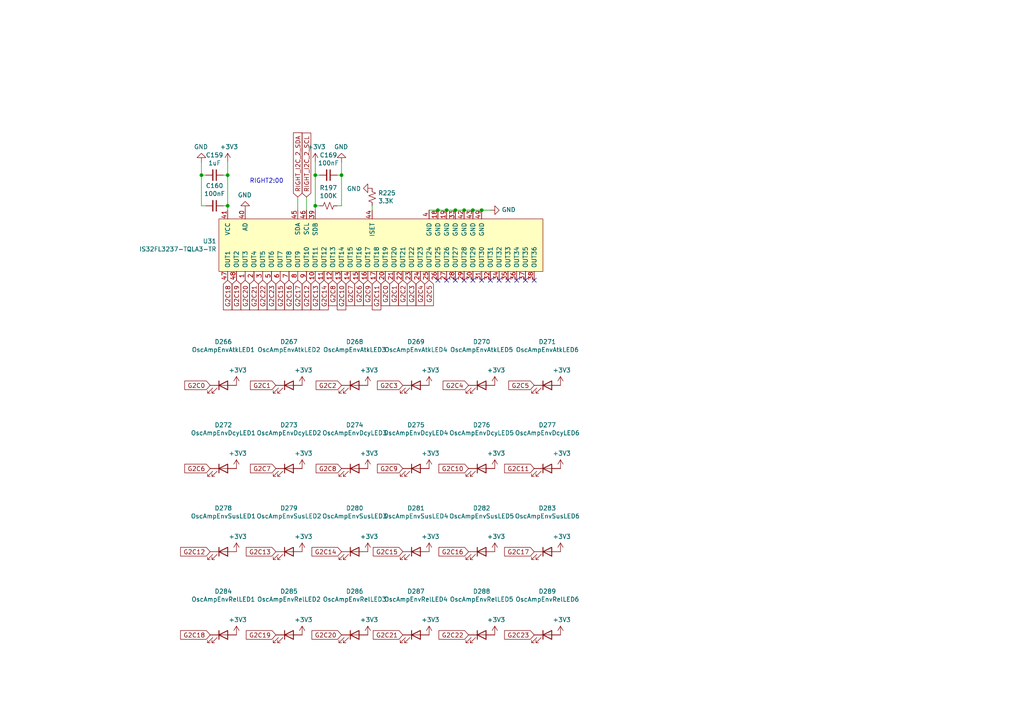
<source format=kicad_sch>
(kicad_sch (version 20210621) (generator eeschema)
  (paper "A4")
  (lib_symbols
    (symbol "Device:C_Small" (pin_numbers hide) (pin_names (offset 0.254) hide)
      (property "Reference" "C" (at 0.254 1.778 0))
      (property "Value" "C_Small" (at 0.254 -2.032 0))
      (symbol "C_Small_0_1"
        (polyline (pts (xy -1.524 -0.508) (xy 1.524 -0.508)) (stroke (width 0.3302)))
        (polyline (pts (xy -1.524 0.508) (xy 1.524 0.508)) (stroke (width 0.3048)))
      )
      (symbol "C_Small_1_1"
        (pin passive line (at 0 2.54 270) (length 2.032) (name "~") (number "1"))
        (pin passive line (at 0 -2.54 90) (length 2.032) (name "~") (number "2"))
      )
    )
    (symbol "Device:LED" (pin_numbers hide) (pin_names (offset 1.016) hide)
      (property "Reference" "D" (at 0 2.54 0))
      (property "Value" "LED" (at 0 -2.54 0))
      (symbol "LED_0_1"
        (polyline (pts (xy -1.27 -1.27) (xy -1.27 1.27)) (stroke (width 0.254)))
        (polyline (pts (xy -1.27 0) (xy 1.27 0)))
        (polyline (pts (xy 1.27 -1.27) (xy 1.27 1.27) (xy -1.27 0) (xy 1.27 -1.27)) (stroke (width 0.254)))
        (polyline (pts (xy -3.048 -0.762) (xy -4.572 -2.286) (xy -3.81 -2.286) (xy -4.572 -2.286) (xy -4.572 -1.524)))
        (polyline (pts (xy -1.778 -0.762) (xy -3.302 -2.286) (xy -2.54 -2.286) (xy -3.302 -2.286) (xy -3.302 -1.524)))
      )
      (symbol "LED_1_1"
        (pin passive line (at -3.81 0 0) (length 2.54) (name "K") (number "1"))
        (pin passive line (at 3.81 0 180) (length 2.54) (name "A") (number "2"))
      )
    )
    (symbol "Device:R_Small_US" (pin_numbers hide) (pin_names (offset 0.254) hide)
      (property "Reference" "R" (at 0.762 0.508 0))
      (property "Value" "R_Small_US" (at 0.762 -1.016 0))
      (symbol "R_Small_US_1_1"
        (polyline (pts (xy 0 0) (xy 1.016 -0.381) (xy 0 -0.762) (xy -1.016 -1.143) (xy 0 -1.524)))
        (polyline (pts (xy 0 1.524) (xy 1.016 1.143) (xy 0 0.762) (xy -1.016 0.381) (xy 0 0)))
        (pin passive line (at 0 2.54 270) (length 1.016) (name "~") (number "1"))
        (pin passive line (at 0 -2.54 90) (length 1.016) (name "~") (number "2"))
      )
    )
    (symbol "IS32FL3237:IS32FL3237-TQLA3-TR" (pin_names (offset 1.016))
      (property "Reference" "U" (at 0 0 0))
      (property "Value" "IS32FL3237-TQLA3-TR" (at 0 0 0))
      (symbol "IS32FL3237-TQLA3-TR_0_1"
        (rectangle (start -7.62 -2.54) (end 7.62 -96.52) (fill (type background)))
      )
      (symbol "IS32FL3237-TQLA3-TR_1_1"
        (pin output line (at 10.16 -10.16 180) (length 2.54) (name "OUT3") (number "1"))
        (pin output line (at 10.16 -30.48 180) (length 2.54) (name "OUT11") (number "10"))
        (pin output line (at 10.16 -33.02 180) (length 2.54) (name "OUT12") (number "11"))
        (pin output line (at 10.16 -35.56 180) (length 2.54) (name "OUT13") (number "12"))
        (pin output line (at 10.16 -38.1 180) (length 2.54) (name "OUT14") (number "13"))
        (pin output line (at 10.16 -40.64 180) (length 2.54) (name "OUT15") (number "14"))
        (pin output line (at 10.16 -43.18 180) (length 2.54) (name "OUT16") (number "15"))
        (pin output line (at 10.16 -45.72 180) (length 2.54) (name "OUT17") (number "16"))
        (pin output line (at 10.16 -48.26 180) (length 2.54) (name "OUT18") (number "17"))
        (pin power_in line (at -10.16 -66.04 0) (length 2.54) (name "GND") (number "18"))
        (pin power_in line (at -10.16 -68.58 0) (length 2.54) (name "GND") (number "19"))
        (pin output line (at 10.16 -12.7 180) (length 2.54) (name "OUT4") (number "2"))
        (pin output line (at 10.16 -50.8 180) (length 2.54) (name "OUT19") (number "20"))
        (pin output line (at 10.16 -53.34 180) (length 2.54) (name "OUT20") (number "21"))
        (pin output line (at 10.16 -55.88 180) (length 2.54) (name "OUT21") (number "22"))
        (pin output line (at 10.16 -58.42 180) (length 2.54) (name "OUT22") (number "23"))
        (pin output line (at 10.16 -60.96 180) (length 2.54) (name "OUT23") (number "24"))
        (pin output line (at 10.16 -63.5 180) (length 2.54) (name "OUT24") (number "25"))
        (pin output line (at 10.16 -66.04 180) (length 2.54) (name "OUT25") (number "26"))
        (pin output line (at 10.16 -68.58 180) (length 2.54) (name "OUT26") (number "27"))
        (pin output line (at 10.16 -71.12 180) (length 2.54) (name "OUT27") (number "28"))
        (pin output line (at 10.16 -73.66 180) (length 2.54) (name "OUT28") (number "29"))
        (pin output line (at 10.16 -15.24 180) (length 2.54) (name "OUT5") (number "3"))
        (pin output line (at 10.16 -76.2 180) (length 2.54) (name "OUT29") (number "30"))
        (pin output line (at 10.16 -78.74 180) (length 2.54) (name "OUT30") (number "31"))
        (pin output line (at 10.16 -81.28 180) (length 2.54) (name "OUT31") (number "32"))
        (pin power_in line (at -10.16 -71.12 0) (length 2.54) (name "GND") (number "33"))
        (pin output line (at 10.16 -83.82 180) (length 2.54) (name "OUT32") (number "34"))
        (pin output line (at 10.16 -86.36 180) (length 2.54) (name "OUT33") (number "35"))
        (pin output line (at 10.16 -88.9 180) (length 2.54) (name "OUT34") (number "36"))
        (pin output line (at 10.16 -91.44 180) (length 2.54) (name "OUT35") (number "37"))
        (pin output line (at 10.16 -93.98 180) (length 2.54) (name "OUT36") (number "38"))
        (pin input line (at -10.16 -30.48 0) (length 2.54) (name "SDB") (number "39"))
        (pin power_in line (at -10.16 -63.5 0) (length 2.54) (name "GND") (number "4"))
        (pin input line (at -10.16 -10.16 0) (length 2.54) (name "AD") (number "40"))
        (pin power_in line (at -10.16 -5.08 0) (length 2.54) (name "VCC") (number "41"))
        (pin power_in line (at -10.16 -73.66 0) (length 2.54) (name "GND") (number "42"))
        (pin power_in line (at -10.16 -76.2 0) (length 2.54) (name "GND") (number "43"))
        (pin input line (at -10.16 -46.99 0) (length 2.54) (name "ISET") (number "44"))
        (pin input line (at -10.16 -25.4 0) (length 2.54) (name "SDA") (number "45"))
        (pin input line (at -10.16 -27.94 0) (length 2.54) (name "SCL") (number "46"))
        (pin output line (at 10.16 -5.08 180) (length 2.54) (name "OUT1") (number "47"))
        (pin output line (at 10.16 -7.62 180) (length 2.54) (name "OUT2") (number "48"))
        (pin power_in line (at -10.16 -78.74 0) (length 2.54) (name "GND") (number "49"))
        (pin output line (at 10.16 -17.78 180) (length 2.54) (name "OUT6") (number "5"))
        (pin output line (at 10.16 -20.32 180) (length 2.54) (name "OUT7") (number "6"))
        (pin output line (at 10.16 -22.86 180) (length 2.54) (name "OUT8") (number "7"))
        (pin output line (at 10.16 -25.4 180) (length 2.54) (name "OUT9") (number "8"))
        (pin output line (at 10.16 -27.94 180) (length 2.54) (name "OUT10") (number "9"))
      )
    )
    (symbol "power:+3.3V" (power) (pin_names (offset 0))
      (property "Value" "+3.3V" (at 0 3.556 0))
      (symbol "+3.3V_0_1"
        (polyline (pts (xy -0.762 1.27) (xy 0 2.54)))
        (polyline (pts (xy 0 0) (xy 0 2.54)))
        (polyline (pts (xy 0 2.54) (xy 0.762 1.27)))
      )
      (symbol "+3.3V_1_1"
        (pin power_in line (at 0 0 90) (length 0) hide (name "+3V3") (number "1"))
      )
    )
    (symbol "power:GND" (power) (pin_names (offset 0))
      (property "Value" "GND" (at 0 -3.81 0))
      (symbol "GND_0_1"
        (polyline (pts (xy 0 0) (xy 0 -1.27) (xy 1.27 -1.27) (xy 0 -2.54) (xy -1.27 -1.27) (xy 0 -1.27)))
      )
      (symbol "GND_1_1"
        (pin power_in line (at 0 0 270) (length 0) hide (name "GND") (number "1"))
      )
    )
  )
  (junction (at 58.42 50.8))
  (junction (at 66.04 50.8))
  (junction (at 66.04 59.69))
  (junction (at 91.44 50.8))
  (junction (at 91.44 59.69))
  (junction (at 99.06 50.8))
  (junction (at 127 60.96))
  (junction (at 129.54 60.96))
  (junction (at 132.08 60.96))
  (junction (at 134.62 60.96))
  (junction (at 137.16 60.96))
  (junction (at 139.7 60.96))
  (no_connect (at 127 81.28))
  (no_connect (at 129.54 81.28))
  (no_connect (at 132.08 81.28))
  (no_connect (at 134.62 81.28))
  (no_connect (at 137.16 81.28))
  (no_connect (at 139.7 81.28))
  (no_connect (at 142.24 81.28))
  (no_connect (at 144.78 81.28))
  (no_connect (at 147.32 81.28))
  (no_connect (at 149.86 81.28))
  (no_connect (at 152.4 81.28))
  (no_connect (at 154.94 81.28))
  (wire (pts (xy 58.42 46.99) (xy 58.42 50.8)))
  (wire (pts (xy 58.42 50.8) (xy 58.42 59.69)))
  (wire (pts (xy 58.42 59.69) (xy 59.69 59.69)))
  (wire (pts (xy 59.69 50.8) (xy 58.42 50.8)))
  (wire (pts (xy 64.77 50.8) (xy 66.04 50.8)))
  (wire (pts (xy 64.77 59.69) (xy 66.04 59.69)))
  (wire (pts (xy 66.04 46.99) (xy 66.04 50.8)))
  (wire (pts (xy 66.04 50.8) (xy 66.04 59.69)))
  (wire (pts (xy 66.04 59.69) (xy 66.04 60.96)))
  (wire (pts (xy 86.36 57.15) (xy 86.36 60.96)))
  (wire (pts (xy 88.9 57.15) (xy 88.9 60.96)))
  (wire (pts (xy 91.44 46.99) (xy 91.44 50.8)))
  (wire (pts (xy 91.44 50.8) (xy 91.44 59.69)))
  (wire (pts (xy 91.44 59.69) (xy 91.44 60.96)))
  (wire (pts (xy 92.71 50.8) (xy 91.44 50.8)))
  (wire (pts (xy 92.71 59.69) (xy 91.44 59.69)))
  (wire (pts (xy 97.79 50.8) (xy 99.06 50.8)))
  (wire (pts (xy 99.06 46.99) (xy 99.06 50.8)))
  (wire (pts (xy 99.06 50.8) (xy 99.06 59.69)))
  (wire (pts (xy 99.06 59.69) (xy 97.79 59.69)))
  (wire (pts (xy 107.95 59.69) (xy 107.95 60.96)))
  (wire (pts (xy 127 60.96) (xy 124.46 60.96)))
  (wire (pts (xy 129.54 60.96) (xy 127 60.96)))
  (wire (pts (xy 132.08 60.96) (xy 129.54 60.96)))
  (wire (pts (xy 134.62 60.96) (xy 132.08 60.96)))
  (wire (pts (xy 137.16 60.96) (xy 134.62 60.96)))
  (wire (pts (xy 139.7 60.96) (xy 137.16 60.96)))
  (wire (pts (xy 142.24 60.96) (xy 139.7 60.96)))
  (text "RIGHT2:00" (at 72.39 53.34 0) (effects (font (size 1.27 1.27)) (justify left bottom)))
  (global_label "G2C0" (shape input) (at 60.96 111.76 180) (property "Intersheet References" "${INTERSHEET_REFS}" (effects hide)))
  (global_label "G2C6" (shape input) (at 60.96 135.89 180) (property "Intersheet References" "${INTERSHEET_REFS}" (effects hide)))
  (global_label "G2C12" (shape input) (at 60.96 160.02 180) (property "Intersheet References" "${INTERSHEET_REFS}" (effects hide)))
  (global_label "G2C18" (shape input) (at 60.96 184.15 180) (property "Intersheet References" "${INTERSHEET_REFS}" (effects hide)))
  (global_label "G2C18" (shape input) (at 66.04 81.28 270) (property "Intersheet References" "${INTERSHEET_REFS}" (effects hide)))
  (global_label "G2C19" (shape input) (at 68.58 81.28 270) (property "Intersheet References" "${INTERSHEET_REFS}" (effects hide)))
  (global_label "G2C20" (shape input) (at 71.12 81.28 270) (property "Intersheet References" "${INTERSHEET_REFS}" (effects hide)))
  (global_label "G2C21" (shape input) (at 73.66 81.28 270) (property "Intersheet References" "${INTERSHEET_REFS}" (effects hide)))
  (global_label "G2C22" (shape input) (at 76.2 81.28 270) (property "Intersheet References" "${INTERSHEET_REFS}" (effects hide)))
  (global_label "G2C23" (shape input) (at 78.74 81.28 270) (property "Intersheet References" "${INTERSHEET_REFS}" (effects hide)))
  (global_label "G2C1" (shape input) (at 80.01 111.76 180) (property "Intersheet References" "${INTERSHEET_REFS}" (effects hide)))
  (global_label "G2C7" (shape input) (at 80.01 135.89 180) (property "Intersheet References" "${INTERSHEET_REFS}" (effects hide)))
  (global_label "G2C13" (shape input) (at 80.01 160.02 180) (property "Intersheet References" "${INTERSHEET_REFS}" (effects hide)))
  (global_label "G2C19" (shape input) (at 80.01 184.15 180) (property "Intersheet References" "${INTERSHEET_REFS}" (effects hide)))
  (global_label "G2C15" (shape input) (at 81.28 81.28 270) (property "Intersheet References" "${INTERSHEET_REFS}" (effects hide)))
  (global_label "G2C16" (shape input) (at 83.82 81.28 270) (property "Intersheet References" "${INTERSHEET_REFS}" (effects hide)))
  (global_label "RIGHT_I2C_2_SDA" (shape input) (at 86.36 57.15 90) (property "Intersheet References" "${INTERSHEET_REFS}" (effects hide)))
  (global_label "G2C17" (shape input) (at 86.36 81.28 270) (property "Intersheet References" "${INTERSHEET_REFS}" (effects hide)))
  (global_label "RIGHT_I2C_2_SCL" (shape input) (at 88.9 57.15 90) (property "Intersheet References" "${INTERSHEET_REFS}" (effects hide)))
  (global_label "G2C12" (shape input) (at 88.9 81.28 270) (property "Intersheet References" "${INTERSHEET_REFS}" (effects hide)))
  (global_label "G2C13" (shape input) (at 91.44 81.28 270) (property "Intersheet References" "${INTERSHEET_REFS}" (effects hide)))
  (global_label "G2C14" (shape input) (at 93.98 81.28 270) (property "Intersheet References" "${INTERSHEET_REFS}" (effects hide)))
  (global_label "G2C8" (shape input) (at 96.52 81.28 270) (property "Intersheet References" "${INTERSHEET_REFS}" (effects hide)))
  (global_label "G2C10" (shape input) (at 99.06 81.28 270) (property "Intersheet References" "${INTERSHEET_REFS}" (effects hide)))
  (global_label "G2C2" (shape input) (at 99.06 111.76 180) (property "Intersheet References" "${INTERSHEET_REFS}" (effects hide)))
  (global_label "G2C8" (shape input) (at 99.06 135.89 180) (property "Intersheet References" "${INTERSHEET_REFS}" (effects hide)))
  (global_label "G2C14" (shape input) (at 99.06 160.02 180) (property "Intersheet References" "${INTERSHEET_REFS}" (effects hide)))
  (global_label "G2C20" (shape input) (at 99.06 184.15 180) (property "Intersheet References" "${INTERSHEET_REFS}" (effects hide)))
  (global_label "G2C7" (shape input) (at 101.6 81.28 270) (property "Intersheet References" "${INTERSHEET_REFS}" (effects hide)))
  (global_label "G2C6" (shape input) (at 104.14 81.28 270) (property "Intersheet References" "${INTERSHEET_REFS}" (effects hide)))
  (global_label "G2C9" (shape input) (at 106.68 81.28 270) (property "Intersheet References" "${INTERSHEET_REFS}" (effects hide)))
  (global_label "G2C11" (shape input) (at 109.22 81.28 270) (property "Intersheet References" "${INTERSHEET_REFS}" (effects hide)))
  (global_label "G2C0" (shape input) (at 111.76 81.28 270) (property "Intersheet References" "${INTERSHEET_REFS}" (effects hide)))
  (global_label "G2C1" (shape input) (at 114.3 81.28 270) (property "Intersheet References" "${INTERSHEET_REFS}" (effects hide)))
  (global_label "G2C2" (shape input) (at 116.84 81.28 270) (property "Intersheet References" "${INTERSHEET_REFS}" (effects hide)))
  (global_label "G2C3" (shape input) (at 116.84 111.76 180) (property "Intersheet References" "${INTERSHEET_REFS}" (effects hide)))
  (global_label "G2C9" (shape input) (at 116.84 135.89 180) (property "Intersheet References" "${INTERSHEET_REFS}" (effects hide)))
  (global_label "G2C15" (shape input) (at 116.84 160.02 180) (property "Intersheet References" "${INTERSHEET_REFS}" (effects hide)))
  (global_label "G2C21" (shape input) (at 116.84 184.15 180) (property "Intersheet References" "${INTERSHEET_REFS}" (effects hide)))
  (global_label "G2C3" (shape input) (at 119.38 81.28 270) (property "Intersheet References" "${INTERSHEET_REFS}" (effects hide)))
  (global_label "G2C4" (shape input) (at 121.92 81.28 270) (property "Intersheet References" "${INTERSHEET_REFS}" (effects hide)))
  (global_label "G2C5" (shape input) (at 124.46 81.28 270) (property "Intersheet References" "${INTERSHEET_REFS}" (effects hide)))
  (global_label "G2C4" (shape input) (at 135.89 111.76 180) (property "Intersheet References" "${INTERSHEET_REFS}" (effects hide)))
  (global_label "G2C10" (shape input) (at 135.89 135.89 180) (property "Intersheet References" "${INTERSHEET_REFS}" (effects hide)))
  (global_label "G2C16" (shape input) (at 135.89 160.02 180) (property "Intersheet References" "${INTERSHEET_REFS}" (effects hide)))
  (global_label "G2C22" (shape input) (at 135.89 184.15 180) (property "Intersheet References" "${INTERSHEET_REFS}" (effects hide)))
  (global_label "G2C5" (shape input) (at 154.94 111.76 180) (property "Intersheet References" "${INTERSHEET_REFS}" (effects hide)))
  (global_label "G2C11" (shape input) (at 154.94 135.89 180) (property "Intersheet References" "${INTERSHEET_REFS}" (effects hide)))
  (global_label "G2C17" (shape input) (at 154.94 160.02 180) (property "Intersheet References" "${INTERSHEET_REFS}" (effects hide)))
  (global_label "G2C23" (shape input) (at 154.94 184.15 180) (property "Intersheet References" "${INTERSHEET_REFS}" (effects hide)))
  (symbol (lib_id "power:+3.3V") (at 66.04 46.99 0) (unit 1)
    (property "Reference" "#PWR0403" (effects hide))
    (property "Value" "+3.3V" (at 66.421 42.5958 0))
  )
  (symbol (lib_id "power:+3.3V") (at 68.58 111.76 0) (unit 1)
    (property "Reference" "#PWR0853" (effects hide))
    (property "Value" "+3.3V" (at 68.961 107.3658 0))
  )
  (symbol (lib_id "power:+3.3V") (at 68.58 135.89 0) (unit 1)
    (property "Reference" "#PWR0859" (effects hide))
    (property "Value" "+3.3V" (at 68.961 131.4958 0))
  )
  (symbol (lib_id "power:+3.3V") (at 68.58 160.02 0) (unit 1)
    (property "Reference" "#PWR0865" (effects hide))
    (property "Value" "+3.3V" (at 68.961 155.6258 0))
  )
  (symbol (lib_id "power:+3.3V") (at 68.58 184.15 0) (unit 1)
    (property "Reference" "#PWR0872" (effects hide))
    (property "Value" "+3.3V" (at 68.961 179.7558 0))
  )
  (symbol (lib_id "power:+3.3V") (at 87.63 111.76 0) (unit 1)
    (property "Reference" "#PWR0854" (effects hide))
    (property "Value" "+3.3V" (at 88.011 107.3658 0))
  )
  (symbol (lib_id "power:+3.3V") (at 87.63 135.89 0) (unit 1)
    (property "Reference" "#PWR0860" (effects hide))
    (property "Value" "+3.3V" (at 88.011 131.4958 0))
  )
  (symbol (lib_id "power:+3.3V") (at 87.63 160.02 0) (unit 1)
    (property "Reference" "#PWR0866" (effects hide))
    (property "Value" "+3.3V" (at 88.011 155.6258 0))
  )
  (symbol (lib_id "power:+3.3V") (at 87.63 184.15 0) (unit 1)
    (property "Reference" "#PWR0871" (effects hide))
    (property "Value" "+3.3V" (at 88.011 179.7558 0))
  )
  (symbol (lib_id "power:+3.3V") (at 91.44 46.99 0) (unit 1)
    (property "Reference" "#PWR0408" (effects hide))
    (property "Value" "+3.3V" (at 91.821 42.5958 0))
  )
  (symbol (lib_id "power:+3.3V") (at 106.68 111.76 0) (unit 1)
    (property "Reference" "#PWR0855" (effects hide))
    (property "Value" "+3.3V" (at 107.061 107.3658 0))
  )
  (symbol (lib_id "power:+3.3V") (at 106.68 135.89 0) (unit 1)
    (property "Reference" "#PWR0861" (effects hide))
    (property "Value" "+3.3V" (at 107.061 131.4958 0))
  )
  (symbol (lib_id "power:+3.3V") (at 106.68 160.02 0) (unit 1)
    (property "Reference" "#PWR0867" (effects hide))
    (property "Value" "+3.3V" (at 107.061 155.6258 0))
  )
  (symbol (lib_id "power:+3.3V") (at 106.68 184.15 0) (unit 1)
    (property "Reference" "#PWR0873" (effects hide))
    (property "Value" "+3.3V" (at 107.061 179.7558 0))
  )
  (symbol (lib_id "power:+3.3V") (at 124.46 111.76 0) (unit 1)
    (property "Reference" "#PWR0856" (effects hide))
    (property "Value" "+3.3V" (at 124.841 107.3658 0))
  )
  (symbol (lib_id "power:+3.3V") (at 124.46 135.89 0) (unit 1)
    (property "Reference" "#PWR0862" (effects hide))
    (property "Value" "+3.3V" (at 124.841 131.4958 0))
  )
  (symbol (lib_id "power:+3.3V") (at 124.46 160.02 0) (unit 1)
    (property "Reference" "#PWR0868" (effects hide))
    (property "Value" "+3.3V" (at 124.841 155.6258 0))
  )
  (symbol (lib_id "power:+3.3V") (at 124.46 184.15 0) (unit 1)
    (property "Reference" "#PWR0874" (effects hide))
    (property "Value" "+3.3V" (at 124.841 179.7558 0))
  )
  (symbol (lib_id "power:+3.3V") (at 143.51 111.76 0) (unit 1)
    (property "Reference" "#PWR0857" (effects hide))
    (property "Value" "+3.3V" (at 143.891 107.3658 0))
  )
  (symbol (lib_id "power:+3.3V") (at 143.51 135.89 0) (unit 1)
    (property "Reference" "#PWR0863" (effects hide))
    (property "Value" "+3.3V" (at 143.891 131.4958 0))
  )
  (symbol (lib_id "power:+3.3V") (at 143.51 160.02 0) (unit 1)
    (property "Reference" "#PWR0869" (effects hide))
    (property "Value" "+3.3V" (at 143.891 155.6258 0))
  )
  (symbol (lib_id "power:+3.3V") (at 143.51 184.15 0) (unit 1)
    (property "Reference" "#PWR0875" (effects hide))
    (property "Value" "+3.3V" (at 143.891 179.7558 0))
  )
  (symbol (lib_id "power:+3.3V") (at 162.56 111.76 0) (unit 1)
    (property "Reference" "#PWR0858" (effects hide))
    (property "Value" "+3.3V" (at 162.941 107.3658 0))
  )
  (symbol (lib_id "power:+3.3V") (at 162.56 135.89 0) (unit 1)
    (property "Reference" "#PWR0864" (effects hide))
    (property "Value" "+3.3V" (at 162.941 131.4958 0))
  )
  (symbol (lib_id "power:+3.3V") (at 162.56 160.02 0) (unit 1)
    (property "Reference" "#PWR0870" (effects hide))
    (property "Value" "+3.3V" (at 162.941 155.6258 0))
  )
  (symbol (lib_id "power:+3.3V") (at 162.56 184.15 0) (unit 1)
    (property "Reference" "#PWR0876" (effects hide))
    (property "Value" "+3.3V" (at 162.941 179.7558 0))
  )
  (symbol (lib_id "power:GND") (at 58.42 46.99 180) (unit 1)
    (property "Reference" "#PWR0400" (effects hide))
    (property "Value" "GND" (at 58.293 42.5958 0))
  )
  (symbol (lib_id "power:GND") (at 71.12 60.96 180) (unit 1)
    (property "Reference" "#PWR0664" (effects hide))
    (property "Value" "GND" (at 70.993 56.5658 0))
  )
  (symbol (lib_id "power:GND") (at 99.06 46.99 180) (unit 1)
    (property "Reference" "#PWR0413" (effects hide))
    (property "Value" "GND" (at 98.933 42.5958 0))
  )
  (symbol (lib_id "power:GND") (at 107.95 54.61 270) (unit 1)
    (property "Reference" "#PWR0421" (effects hide))
    (property "Value" "GND" (at 104.6988 54.737 90) (effects (justify right)))
  )
  (symbol (lib_id "power:GND") (at 142.24 60.96 90) (unit 1)
    (property "Reference" "#PWR0431" (effects hide))
    (property "Value" "GND" (at 145.4912 60.833 90) (effects (justify right)))
  )
  (symbol (lib_id "Device:R_Small_US") (at 95.25 59.69 270) (unit 1)
    (property "Reference" "R197" (at 95.25 54.483 90))
    (property "Value" "100K" (at 95.25 56.7944 90))
    (property "Footprint" "Resistor_SMD:R_0402_1005Metric" (effects hide))
    (property "LCSC" " C25741" (effects hide))
  )
  (symbol (lib_id "Device:R_Small_US") (at 107.95 57.15 0) (unit 1)
    (property "Reference" "R225" (at 109.6772 55.9816 0) (effects (justify left)))
    (property "Value" "3.3K" (at 109.6772 58.293 0) (effects (justify left)))
    (property "Footprint" "Resistor_SMD:R_0402_1005Metric" (effects hide))
    (property "LCSC" "C25890" (effects hide))
  )
  (symbol (lib_id "Device:C_Small") (at 62.23 50.8 270) (unit 1)
    (property "Reference" "C159" (at 62.23 44.9834 90))
    (property "Value" "1uF" (at 62.23 47.2948 90))
    (property "Footprint" "Capacitor_SMD:C_0402_1005Metric" (effects hide))
    (property "LCSC" "C52923" (effects hide))
  )
  (symbol (lib_id "Device:C_Small") (at 62.23 59.69 270) (unit 1)
    (property "Reference" "C160" (at 62.23 53.8734 90))
    (property "Value" "100nF" (at 62.23 56.1848 90))
    (property "Footprint" "Capacitor_SMD:C_0402_1005Metric" (effects hide))
    (property "LCSC" "C1525" (effects hide))
  )
  (symbol (lib_id "Device:C_Small") (at 95.25 50.8 270) (unit 1)
    (property "Reference" "C169" (at 95.25 44.9834 90))
    (property "Value" "100nF" (at 95.25 47.2948 90))
    (property "Footprint" "Capacitor_SMD:C_0402_1005Metric" (effects hide))
    (property "LCSC" "C1525" (effects hide))
  )
  (symbol (lib_id "Device:LED") (at 64.77 111.76 0) (unit 1)
    (property "Reference" "D266" (at 64.77 99.1362 0))
    (property "Value" "OscAmpEnvAtkLED1" (at 64.77 101.4476 0))
    (property "Footprint" "LED_SMD:LED_0603_1608Metric" (effects hide))
    (property "LCSC" "C2286" (effects hide))
  )
  (symbol (lib_id "Device:LED") (at 64.77 135.89 0) (unit 1)
    (property "Reference" "D272" (at 64.77 123.2662 0))
    (property "Value" "OscAmpEnvDcyLED1" (at 64.77 125.5776 0))
    (property "Footprint" "LED_SMD:LED_0603_1608Metric" (effects hide))
    (property "LCSC" "C2286" (effects hide))
  )
  (symbol (lib_id "Device:LED") (at 64.77 160.02 0) (unit 1)
    (property "Reference" "D278" (at 64.77 147.3962 0))
    (property "Value" "OscAmpEnvSusLED1" (at 64.77 149.7076 0))
    (property "Footprint" "LED_SMD:LED_0603_1608Metric" (effects hide))
    (property "LCSC" "C2286" (effects hide))
  )
  (symbol (lib_id "Device:LED") (at 64.77 184.15 0) (unit 1)
    (property "Reference" "D284" (at 64.77 171.5262 0))
    (property "Value" "OscAmpEnvRelLED1" (at 64.77 173.8376 0))
    (property "Footprint" "LED_SMD:LED_0603_1608Metric" (effects hide))
    (property "LCSC" "C2286" (effects hide))
  )
  (symbol (lib_id "Device:LED") (at 83.82 111.76 0) (unit 1)
    (property "Reference" "D267" (at 83.82 99.1362 0))
    (property "Value" "OscAmpEnvAtkLED2" (at 83.82 101.4476 0))
    (property "Footprint" "LED_SMD:LED_0603_1608Metric" (effects hide))
    (property "LCSC" "C2286" (effects hide))
  )
  (symbol (lib_id "Device:LED") (at 83.82 135.89 0) (unit 1)
    (property "Reference" "D273" (at 83.82 123.2662 0))
    (property "Value" "OscAmpEnvDcyLED2" (at 83.82 125.5776 0))
    (property "Footprint" "LED_SMD:LED_0603_1608Metric" (effects hide))
    (property "LCSC" "C2286" (effects hide))
  )
  (symbol (lib_id "Device:LED") (at 83.82 160.02 0) (unit 1)
    (property "Reference" "D279" (at 83.82 147.3962 0))
    (property "Value" "OscAmpEnvSusLED2" (at 83.82 149.7076 0))
    (property "Footprint" "LED_SMD:LED_0603_1608Metric" (effects hide))
    (property "LCSC" "C2286" (effects hide))
  )
  (symbol (lib_id "Device:LED") (at 83.82 184.15 0) (unit 1)
    (property "Reference" "D285" (at 83.82 171.5262 0))
    (property "Value" "OscAmpEnvRelLED2" (at 83.82 173.8376 0))
    (property "Footprint" "LED_SMD:LED_0603_1608Metric" (effects hide))
    (property "LCSC" "C2286" (effects hide))
  )
  (symbol (lib_id "Device:LED") (at 102.87 111.76 0) (unit 1)
    (property "Reference" "D268" (at 102.87 99.1362 0))
    (property "Value" "OscAmpEnvAtkLED3" (at 102.87 101.4476 0))
    (property "Footprint" "LED_SMD:LED_0603_1608Metric" (effects hide))
    (property "LCSC" "C2286" (effects hide))
  )
  (symbol (lib_id "Device:LED") (at 102.87 135.89 0) (unit 1)
    (property "Reference" "D274" (at 102.87 123.2662 0))
    (property "Value" "OscAmpEnvDcyLED3" (at 102.87 125.5776 0))
    (property "Footprint" "LED_SMD:LED_0603_1608Metric" (effects hide))
    (property "LCSC" "C2286" (effects hide))
  )
  (symbol (lib_id "Device:LED") (at 102.87 160.02 0) (unit 1)
    (property "Reference" "D280" (at 102.87 147.3962 0))
    (property "Value" "OscAmpEnvSusLED3" (at 102.87 149.7076 0))
    (property "Footprint" "LED_SMD:LED_0603_1608Metric" (effects hide))
    (property "LCSC" "C2286" (effects hide))
  )
  (symbol (lib_id "Device:LED") (at 102.87 184.15 0) (unit 1)
    (property "Reference" "D286" (at 102.87 171.5262 0))
    (property "Value" "OscAmpEnvRelLED3" (at 102.87 173.8376 0))
    (property "Footprint" "LED_SMD:LED_0603_1608Metric" (effects hide))
    (property "LCSC" "C2286" (effects hide))
  )
  (symbol (lib_id "Device:LED") (at 120.65 111.76 0) (unit 1)
    (property "Reference" "D269" (at 120.65 99.1362 0))
    (property "Value" "OscAmpEnvAtkLED4" (at 120.65 101.4476 0))
    (property "Footprint" "LED_SMD:LED_0603_1608Metric" (effects hide))
    (property "LCSC" "C2286" (effects hide))
  )
  (symbol (lib_id "Device:LED") (at 120.65 135.89 0) (unit 1)
    (property "Reference" "D275" (at 120.65 123.2662 0))
    (property "Value" "OscAmpEnvDcyLED4" (at 120.65 125.5776 0))
    (property "Footprint" "LED_SMD:LED_0603_1608Metric" (effects hide))
    (property "LCSC" "C2286" (effects hide))
  )
  (symbol (lib_id "Device:LED") (at 120.65 160.02 0) (unit 1)
    (property "Reference" "D281" (at 120.65 147.3962 0))
    (property "Value" "OscAmpEnvSusLED4" (at 120.65 149.7076 0))
    (property "Footprint" "LED_SMD:LED_0603_1608Metric" (effects hide))
    (property "LCSC" "C2286" (effects hide))
  )
  (symbol (lib_id "Device:LED") (at 120.65 184.15 0) (unit 1)
    (property "Reference" "D287" (at 120.65 171.5262 0))
    (property "Value" "OscAmpEnvRelLED4" (at 120.65 173.8376 0))
    (property "Footprint" "LED_SMD:LED_0603_1608Metric" (effects hide))
    (property "LCSC" "C2286" (effects hide))
  )
  (symbol (lib_id "Device:LED") (at 139.7 111.76 0) (unit 1)
    (property "Reference" "D270" (at 139.7 99.1362 0))
    (property "Value" "OscAmpEnvAtkLED5" (at 139.7 101.4476 0))
    (property "Footprint" "LED_SMD:LED_0603_1608Metric" (effects hide))
    (property "LCSC" "C2286" (effects hide))
  )
  (symbol (lib_id "Device:LED") (at 139.7 135.89 0) (unit 1)
    (property "Reference" "D276" (at 139.7 123.2662 0))
    (property "Value" "OscAmpEnvDcyLED5" (at 139.7 125.5776 0))
    (property "Footprint" "LED_SMD:LED_0603_1608Metric" (effects hide))
    (property "LCSC" "C2286" (effects hide))
  )
  (symbol (lib_id "Device:LED") (at 139.7 160.02 0) (unit 1)
    (property "Reference" "D282" (at 139.7 147.3962 0))
    (property "Value" "OscAmpEnvSusLED5" (at 139.7 149.7076 0))
    (property "Footprint" "LED_SMD:LED_0603_1608Metric" (effects hide))
    (property "LCSC" "C2286" (effects hide))
  )
  (symbol (lib_id "Device:LED") (at 139.7 184.15 0) (unit 1)
    (property "Reference" "D288" (at 139.7 171.5262 0))
    (property "Value" "OscAmpEnvRelLED5" (at 139.7 173.8376 0))
    (property "Footprint" "LED_SMD:LED_0603_1608Metric" (effects hide))
    (property "LCSC" "C2286" (effects hide))
  )
  (symbol (lib_id "Device:LED") (at 158.75 111.76 0) (unit 1)
    (property "Reference" "D271" (at 158.75 99.1362 0))
    (property "Value" "OscAmpEnvAtkLED6" (at 158.75 101.4476 0))
    (property "Footprint" "LED_SMD:LED_0603_1608Metric" (effects hide))
    (property "LCSC" "C2286" (effects hide))
  )
  (symbol (lib_id "Device:LED") (at 158.75 135.89 0) (unit 1)
    (property "Reference" "D277" (at 158.75 123.2662 0))
    (property "Value" "OscAmpEnvDcyLED6" (at 158.75 125.5776 0))
    (property "Footprint" "LED_SMD:LED_0603_1608Metric" (effects hide))
    (property "LCSC" "C2286" (effects hide))
  )
  (symbol (lib_id "Device:LED") (at 158.75 160.02 0) (unit 1)
    (property "Reference" "D283" (at 158.75 147.3962 0))
    (property "Value" "OscAmpEnvSusLED6" (at 158.75 149.7076 0))
    (property "Footprint" "LED_SMD:LED_0603_1608Metric" (effects hide))
    (property "LCSC" "C2286" (effects hide))
  )
  (symbol (lib_id "Device:LED") (at 158.75 184.15 0) (unit 1)
    (property "Reference" "D289" (at 158.75 171.5262 0))
    (property "Value" "OscAmpEnvRelLED6" (at 158.75 173.8376 0))
    (property "Footprint" "LED_SMD:LED_0603_1608Metric" (effects hide))
    (property "LCSC" "C2286" (effects hide))
  )
  (symbol (lib_id "IS32FL3237:IS32FL3237-TQLA3-TR") (at 60.96 71.12 90) (mirror x) (unit 1)
    (property "Reference" "U31" (at 62.7888 69.9516 90) (effects (justify left)))
    (property "Value" "IS32FL3237-TQLA3-TR" (at 62.7888 72.263 90) (effects (justify left)))
    (property "Footprint" "Package_QFP:TQFP-48-1EP_7x7mm_P0.5mm_EP5x5mm" (effects hide))
  )
)
</source>
